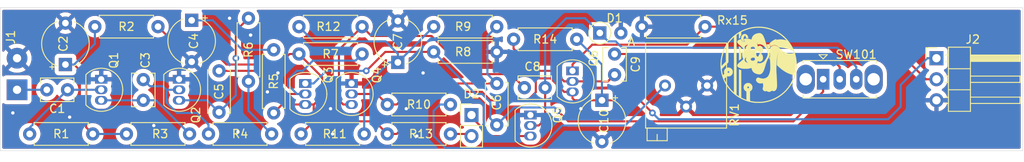
<source format=kicad_pcb>
(kicad_pcb (version 20221018) (generator pcbnew)
  (title_block (title "Superprobe") (date "2024-05-21") (rev "1") (comment 1 "KiCAD PCB design by Atkelar, based on schematic published by Mr Carlson's Lab"))
  (layers (0 "F.Cu" signal) (31 "B.Cu" signal) (34 "B.Paste" user) (35 "F.Paste" user) (36 "B.SilkS" user "B.Silkscreen") (37 "F.SilkS" user "F.Silkscreen") (38 "B.Mask" user) (39 "F.Mask" user) (44 "Edge.Cuts" user))
  (net 0 "")
  (net 1 "Net-(C1-Pad2)")
  (net 2 "Net-(C1-Pad1)")
  (net 3 "GND")
  (net 4 "Net-(C2-Pad1)")
  (net 5 "Net-(C3-Pad2)")
  (net 6 "Net-(C3-Pad1)")
  (net 7 "Net-(C4-Pad1)")
  (net 8 "Net-(C5-Pad2)")
  (net 9 "Net-(C5-Pad1)")
  (net 10 "Sig-Norm")
  (net 11 "Net-(C6-Pad1)")
  (net 12 "Net-(C7-Pad1)")
  (net 13 "Net-(C8-Pad2)")
  (net 14 "Net-(C8-Pad1)")
  (net 15 "Net-(C9-Pad2)")
  (net 16 "Net-(C9-Pad1)")
  (net 17 "+5V")
  (net 18 "Net-(D2-Pad2)")
  (net 19 "Net-(D2-Pad1)")
  (net 20 "Net-(J2-Pad2)")
  (net 21 "Net-(R10-Pad2)")
  (footprint "Capacitor_THT:C_Disc_D3.8mm_W2.6mm_P2.50mm" (layer "F.Cu") (at 79.248 126.238 180)
    (fp_text reference "C1" (at 1.25 -2.286) (layer "F.SilkS"))
    (fp_text value "10n")
    (pad "1" thru_hole circle (at 0 0 180) (size 1.6 1.6) (drill 0.8) (layers "*.Cu" "*.Mask") (net 2 "Net-(C1-Pad1)"))
    (pad "2" thru_hole circle (at 2.5 0 180) (size 1.6 1.6) (drill 0.8) (layers "*.Cu" "*.Mask") (net 1 "Net-(C1-Pad2)"))
  )
  (footprint "Capacitor_THT:CP_Radial_Tantal_D5.5mm_P5.00mm" (layer "F.Cu") (at 78.994 123.19 90)
    (fp_text reference "C2" (at 2.5 -0.254 90) (layer "F.SilkS"))
    (fp_text value "22µ")
    (pad "1" thru_hole rect (at 0 0 90) (size 1.6 1.6) (drill 0.8) (layers "*.Cu" "*.Mask") (net 4 "Net-(C2-Pad1)"))
    (pad "2" thru_hole circle (at 5 0 90) (size 1.6 1.6) (drill 0.8) (layers "*.Cu" "*.Mask") (net 3 "GND"))
  )
  (footprint "Capacitor_THT:C_Disc_D3.8mm_W2.6mm_P2.50mm" (layer "F.Cu") (at 88.392 125.008 -90)
    (fp_text reference "C3" (at -2.326 -0.254 90) (layer "F.SilkS"))
    (fp_text value "10n")
    (pad "1" thru_hole circle (at 0 0 270) (size 1.6 1.6) (drill 0.8) (layers "*.Cu" "*.Mask") (net 6 "Net-(C3-Pad1)"))
    (pad "2" thru_hole circle (at 2.5 0 270) (size 1.6 1.6) (drill 0.8) (layers "*.Cu" "*.Mask") (net 5 "Net-(C3-Pad2)"))
  )
  (footprint "Capacitor_THT:CP_Radial_Tantal_D5.5mm_P5.00mm" (layer "F.Cu") (at 94.234 117.856 -90)
    (fp_text reference "C4" (at 2.5 -0.254 90) (layer "F.SilkS"))
    (fp_text value "22µ")
    (pad "1" thru_hole rect (at 0 0 270) (size 1.6 1.6) (drill 0.8) (layers "*.Cu" "*.Mask") (net 7 "Net-(C4-Pad1)"))
    (pad "2" thru_hole circle (at 5 0 270) (size 1.6 1.6) (drill 0.8) (layers "*.Cu" "*.Mask") (net 3 "GND"))
  )
  (footprint "Capacitor_THT:C_Disc_D5.0mm_W2.5mm_P5.00mm" (layer "F.Cu") (at 97.536 123.952 -90)
    (fp_text reference "C5" (at 2.5 0 90) (layer "F.SilkS"))
    (fp_text value "100n")
    (pad "1" thru_hole circle (at 0 0 270) (size 1.6 1.6) (drill 0.8) (layers "*.Cu" "*.Mask") (net 9 "Net-(C5-Pad1)"))
    (pad "2" thru_hole circle (at 5 0 270) (size 1.6 1.6) (drill 0.8) (layers "*.Cu" "*.Mask") (net 8 "Net-(C5-Pad2)"))
  )
  (footprint "Capacitor_THT:C_Disc_D5.0mm_W2.5mm_P5.00mm" (layer "F.Cu") (at 131.064 125.476 -90)
    (fp_text reference "C6" (at 2.286 0 90) (layer "F.SilkS"))
    (fp_text value "100n")
    (pad "1" thru_hole circle (at 0 0 270) (size 1.6 1.6) (drill 0.8) (layers "*.Cu" "*.Mask") (net 11 "Net-(C6-Pad1)"))
    (pad "2" thru_hole circle (at 5 0 270) (size 1.6 1.6) (drill 0.8) (layers "*.Cu" "*.Mask") (net 10 "Sig-Norm"))
  )
  (footprint "Capacitor_THT:CP_Radial_Tantal_D5.5mm_P5.00mm" (layer "F.Cu") (at 119.126 122.936 90)
    (fp_text reference "C7" (at 2.54 0 90) (layer "F.SilkS"))
    (fp_text value "22µ")
    (pad "1" thru_hole rect (at 0 0 90) (size 1.6 1.6) (drill 0.8) (layers "*.Cu" "*.Mask") (net 12 "Net-(C7-Pad1)"))
    (pad "2" thru_hole circle (at 5 0 90) (size 1.6 1.6) (drill 0.8) (layers "*.Cu" "*.Mask") (net 3 "GND"))
  )
  (footprint "Capacitor_THT:C_Disc_D3.8mm_W2.6mm_P2.50mm" (layer "F.Cu") (at 145.288 124.42 90)
    (fp_text reference "C9" (at 1.25 2.54 90) (layer "F.SilkS"))
    (fp_text value "10n")
    (pad "1" thru_hole circle (at 0 0 90) (size 1.6 1.6) (drill 0.8) (layers "*.Cu" "*.Mask") (net 16 "Net-(C9-Pad1)"))
    (pad "2" thru_hole circle (at 2.5 0 90) (size 1.6 1.6) (drill 0.8) (layers "*.Cu" "*.Mask") (net 15 "Net-(C9-Pad2)"))
  )
  (footprint "Capacitor_THT:CP_Radial_Tantal_D5.5mm_P5.00mm" (layer "F.Cu") (at 143.764 127.508 -90)
    (fp_text reference "C10" (at 2.5 -0.254 90) (layer "F.SilkS"))
    (fp_text value "4.7µ")
    (pad "1" thru_hole rect (at 0 0 270) (size 1.6 1.6) (drill 0.8) (layers "*.Cu" "*.Mask") (net 17 "+5V"))
    (pad "2" thru_hole circle (at 5 0 270) (size 1.6 1.6) (drill 0.8) (layers "*.Cu" "*.Mask") (net 3 "GND"))
  )
  (footprint "Connector_PinHeader_2.54mm:PinHeader_1x02_P2.54mm_Vertical" (layer "F.Cu") (at 128.016 129.286)
    (fp_text reference "D2" (at 0 -2.54) (layer "F.SilkS"))
    (fp_text value "Green")
    (pad "1" thru_hole rect (at 0 0) (size 1.7 1.7) (drill 1) (layers "*.Cu" "*.Mask") (net 19 "Net-(D2-Pad1)"))
    (pad "2" thru_hole oval (at 0 2.54) (size 1.7 1.7) (drill 1) (layers "*.Cu" "*.Mask") (net 18 "Net-(D2-Pad2)"))
  )
  (footprint "Connector_Wire:SolderWirePad_1x02_P3.81mm_Drill1mm" (layer "F.Cu") (at 73.152 126.238 90)
    (fp_text reference "J1" (at 6.35 -0.762 90) (layer "F.SilkS"))
    (fp_text value "Probe")
    (pad "1" thru_hole rect (at 0 0 90) (size 2.49936 2.49936) (drill 1.00076) (layers "*.Cu" "*.Mask") (net 1 "Net-(C1-Pad2)"))
    (pad "2" thru_hole circle (at 3.81 0 90) (size 2.49936 2.49936) (drill 1.00076) (layers "*.Cu" "*.Mask") (net 3 "GND"))
  )
  (footprint "Connector_PinHeader_2.54mm:PinHeader_1x03_P2.54mm_Horizontal" (layer "F.Cu") (at 184.15 122.428)
    (fp_text reference "J2" (at 4.385 -2.27) (layer "F.SilkS"))
    (fp_text value "Pwr/Sig")
    (pad "1" thru_hole rect (at 0 0) (size 1.7 1.7) (drill 1) (layers "*.Cu" "*.Mask") (net 17 "+5V"))
    (pad "2" thru_hole oval (at 0 2.54) (size 1.7 1.7) (drill 1) (layers "*.Cu" "*.Mask") (net 20 "Net-(J2-Pad2)"))
    (pad "3" thru_hole oval (at 0 5.08) (size 1.7 1.7) (drill 1) (layers "*.Cu" "*.Mask") (net 3 "GND"))
  )
  (footprint "Package_TO_SOT_THT:TO-92_Inline" (layer "F.Cu") (at 83.312 124.968 -90)
    (fp_text reference "Q1" (at -2.286 -1.524 90) (layer "F.SilkS"))
    (fp_text value "2N3904")
    (pad "1" thru_hole rect (at 0 0 270) (size 1.05 1.5) (drill 0.75) (layers "*.Cu" "*.Mask") (net 3 "GND"))
    (pad "2" thru_hole oval (at 1.27 0 270) (size 1.05 1.5) (drill 0.75) (layers "*.Cu" "*.Mask") (net 2 "Net-(C1-Pad1)"))
    (pad "3" thru_hole oval (at 2.54 0 270) (size 1.05 1.5) (drill 0.75) (layers "*.Cu" "*.Mask") (net 5 "Net-(C3-Pad2)"))
  )
  (footprint "Package_TO_SOT_THT:TO-92_Inline" (layer "F.Cu") (at 92.71 124.968 -90)
    (fp_text reference "Q2" (at 4.318 -2.032 90) (layer "F.SilkS"))
    (fp_text value "2N3904")
    (pad "1" thru_hole rect (at 0 0 270) (size 1.05 1.5) (drill 0.75) (layers "*.Cu" "*.Mask") (net 3 "GND"))
    (pad "2" thru_hole oval (at 1.27 0 270) (size 1.05 1.5) (drill 0.75) (layers "*.Cu" "*.Mask") (net 6 "Net-(C3-Pad1)"))
    (pad "3" thru_hole oval (at 2.54 0 270) (size 1.05 1.5) (drill 0.75) (layers "*.Cu" "*.Mask") (net 8 "Net-(C5-Pad2)"))
  )
  (footprint "Package_TO_SOT_THT:TO-92_Inline" (layer "F.Cu") (at 113.538 125.476 -90)
    (fp_text reference "Q4" (at -1.016 -3.048 90) (layer "F.SilkS"))
    (fp_text value "2N3904")
    (pad "1" thru_hole rect (at 0 0 270) (size 1.05 1.5) (drill 0.75) (layers "*.Cu" "*.Mask") (net 3 "GND"))
    (pad "2" thru_hole oval (at 1.27 0 270) (size 1.05 1.5) (drill 0.75) (layers "*.Cu" "*.Mask") (net 11 "Net-(C6-Pad1)"))
    (pad "3" thru_hole oval (at 2.54 0 270) (size 1.05 1.5) (drill 0.75) (layers "*.Cu" "*.Mask") (net 13 "Net-(C8-Pad2)"))
  )
  (footprint "Package_TO_SOT_THT:TO-92_Inline" (layer "F.Cu") (at 140.208 123.952 -90)
    (fp_text reference "Q6" (at -1.524 -2.54 90) (layer "F.SilkS"))
    (fp_text value "2N3904")
    (pad "1" thru_hole rect (at 0 0 270) (size 1.05 1.5) (drill 0.75) (layers "*.Cu" "*.Mask") (net 20 "Net-(J2-Pad2)"))
    (pad "2" thru_hole oval (at 1.27 0 270) (size 1.05 1.5) (drill 0.75) (layers "*.Cu" "*.Mask") (net 16 "Net-(C9-Pad1)"))
    (pad "3" thru_hole oval (at 2.54 0 270) (size 1.05 1.5) (drill 0.75) (layers "*.Cu" "*.Mask") (net 17 "+5V"))
  )
  (footprint "Resistor_THT:R_Axial_DIN0207_L6.3mm_D2.5mm_P7.62mm_Horizontal" (layer "F.Cu") (at 82.296 131.572 180)
    (fp_text reference "R1" (at 3.81 0) (layer "F.SilkS"))
    (fp_text value "3M3")
    (pad "1" thru_hole circle (at 0 0 180) (size 1.6 1.6) (drill 0.8) (layers "*.Cu" "*.Mask") (net 4 "Net-(C2-Pad1)"))
    (pad "2" thru_hole oval (at 7.62 0 180) (size 1.6 1.6) (drill 0.8) (layers "*.Cu" "*.Mask") (net 2 "Net-(C1-Pad1)"))
  )
  (footprint "Resistor_THT:R_Axial_DIN0207_L6.3mm_D2.5mm_P7.62mm_Horizontal" (layer "F.Cu") (at 90.17 118.618 180)
    (fp_text reference "R2" (at 3.81 0) (layer "F.SilkS"))
    (fp_text value "1k")
    (pad "1" thru_hole circle (at 0 0 180) (size 1.6 1.6) (drill 0.8) (layers "*.Cu" "*.Mask") (net 17 "+5V"))
    (pad "2" thru_hole oval (at 7.62 0 180) (size 1.6 1.6) (drill 0.8) (layers "*.Cu" "*.Mask") (net 4 "Net-(C2-Pad1)"))
  )
  (footprint "Resistor_THT:R_Axial_DIN0207_L6.3mm_D2.5mm_P7.62mm_Horizontal" (layer "F.Cu") (at 86.36 131.572)
    (fp_text reference "R3" (at 4.064 0) (layer "F.SilkS"))
    (fp_text value "15k")
    (pad "1" thru_hole circle (at 0 0) (size 1.6 1.6) (drill 0.8) (layers "*.Cu" "*.Mask") (net 4 "Net-(C2-Pad1)"))
    (pad "2" thru_hole oval (at 7.62 0) (size 1.6 1.6) (drill 0.8) (layers "*.Cu" "*.Mask") (net 5 "Net-(C3-Pad2)"))
  )
  (footprint "Resistor_THT:R_Axial_DIN0207_L6.3mm_D2.5mm_P7.62mm_Horizontal" (layer "F.Cu") (at 103.886 131.572 180)
    (fp_text reference "R4" (at 3.81 0) (layer "F.SilkS"))
    (fp_text value "3M3")
    (pad "1" thru_hole circle (at 0 0 180) (size 1.6 1.6) (drill 0.8) (layers "*.Cu" "*.Mask") (net 7 "Net-(C4-Pad1)"))
    (pad "2" thru_hole oval (at 7.62 0 180) (size 1.6 1.6) (drill 0.8) (layers "*.Cu" "*.Mask") (net 6 "Net-(C3-Pad1)"))
  )
  (footprint "Resistor_THT:R_Axial_DIN0207_L6.3mm_D2.5mm_P7.62mm_Horizontal" (layer "F.Cu") (at 104.14 129.032 90)
    (fp_text reference "R5" (at 3.81 0 90) (layer "F.SilkS"))
    (fp_text value "1k")
    (pad "1" thru_hole circle (at 0 0 90) (size 1.6 1.6) (drill 0.8) (layers "*.Cu" "*.Mask") (net 17 "+5V"))
    (pad "2" thru_hole oval (at 7.62 0 90) (size 1.6 1.6) (drill 0.8) (layers "*.Cu" "*.Mask") (net 7 "Net-(C4-Pad1)"))
  )
  (footprint "Resistor_THT:R_Axial_DIN0207_L6.3mm_D2.5mm_P7.62mm_Horizontal" (layer "F.Cu") (at 101.092 125.222 90)
    (fp_text reference "R6" (at 3.81 0 90) (layer "F.SilkS"))
    (fp_text value "15k")
    (pad "1" thru_hole circle (at 0 0 90) (size 1.6 1.6) (drill 0.8) (layers "*.Cu" "*.Mask") (net 7 "Net-(C4-Pad1)"))
    (pad "2" thru_hole oval (at 7.62 0 90) (size 1.6 1.6) (drill 0.8) (layers "*.Cu" "*.Mask") (net 8 "Net-(C5-Pad2)"))
  )
  (footprint "Resistor_THT:R_Axial_DIN0207_L6.3mm_D2.5mm_P7.62mm_Horizontal" (layer "F.Cu") (at 107.188 121.92)
    (fp_text reference "R7" (at 3.81 0) (layer "F.SilkS"))
    (fp_text value "3M3")
    (pad "1" thru_hole circle (at 0 0) (size 1.6 1.6) (drill 0.8) (layers "*.Cu" "*.Mask") (net 17 "+5V"))
    (pad "2" thru_hole oval (at 7.62 0) (size 1.6 1.6) (drill 0.8) (layers "*.Cu" "*.Mask") (net 9 "Net-(C5-Pad1)"))
  )
  (footprint "Resistor_THT:R_Axial_DIN0207_L6.3mm_D2.5mm_P7.62mm_Horizontal" (layer "F.Cu") (at 123.444 121.666)
    (fp_text reference "R8" (at 3.556 0) (layer "F.SilkS"))
    (fp_text value "2k7")
    (pad "1" thru_hole circle (at 0 0) (size 1.6 1.6) (drill 0.8) (layers "*.Cu" "*.Mask") (net 10 "Sig-Norm"))
    (pad "2" thru_hole oval (at 7.62 0) (size 1.6 1.6) (drill 0.8) (layers "*.Cu" "*.Mask") (net 3 "GND"))
  )
  (footprint "Resistor_THT:R_Axial_DIN0207_L6.3mm_D2.5mm_P7.62mm_Horizontal" (layer "F.Cu") (at 123.444 118.618)
    (fp_text reference "R9" (at 3.556 0) (layer "F.SilkS"))
    (fp_text value "3M3")
    (pad "1" thru_hole circle (at 0 0) (size 1.6 1.6) (drill 0.8) (layers "*.Cu" "*.Mask") (net 12 "Net-(C7-Pad1)"))
    (pad "2" thru_hole oval (at 7.62 0) (size 1.6 1.6) (drill 0.8) (layers "*.Cu" "*.Mask") (net 11 "Net-(C6-Pad1)"))
  )
  (footprint "Resistor_THT:R_Axial_DIN0207_L6.3mm_D2.5mm_P7.62mm_Horizontal" (layer "F.Cu") (at 117.856 128.016)
    (fp_text reference "R10" (at 3.81 0) (layer "F.SilkS"))
    (fp_text value "330k")
    (pad "1" thru_hole circle (at 0 0) (size 1.6 1.6) (drill 0.8) (layers "*.Cu" "*.Mask") (net 11 "Net-(C6-Pad1)"))
    (pad "2" thru_hole oval (at 7.62 0) (size 1.6 1.6) (drill 0.8) (layers "*.Cu" "*.Mask") (net 21 "Net-(R10-Pad2)"))
  )
  (footprint "Resistor_THT:R_Axial_DIN0207_L6.3mm_D2.5mm_P7.62mm_Horizontal" (layer "F.Cu") (at 107.442 131.572)
    (fp_text reference "R11" (at 4.064 0) (layer "F.SilkS"))
    (fp_text value "1k")
    (pad "1" thru_hole circle (at 0 0) (size 1.6 1.6) (drill 0.8) (layers "*.Cu" "*.Mask") (net 17 "+5V"))
    (pad "2" thru_hole oval (at 7.62 0) (size 1.6 1.6) (drill 0.8) (layers "*.Cu" "*.Mask") (net 12 "Net-(C7-Pad1)"))
  )
  (footprint "Resistor_THT:R_Axial_DIN0207_L6.3mm_D2.5mm_P7.62mm_Horizontal" (layer "F.Cu") (at 107.188 118.618)
    (fp_text reference "R12" (at 3.556 0) (layer "F.SilkS"))
    (fp_text value "15k")
    (pad "1" thru_hole circle (at 0 0) (size 1.6 1.6) (drill 0.8) (layers "*.Cu" "*.Mask") (net 12 "Net-(C7-Pad1)"))
    (pad "2" thru_hole oval (at 7.62 0) (size 1.6 1.6) (drill 0.8) (layers "*.Cu" "*.Mask") (net 13 "Net-(C8-Pad2)"))
  )
  (footprint "Resistor_THT:R_Axial_DIN0207_L6.3mm_D2.5mm_P7.62mm_Horizontal" (layer "F.Cu") (at 117.856 131.572)
    (fp_text reference "R13" (at 4.064 0) (layer "F.SilkS"))
    (fp_text value "1k")
    (pad "1" thru_hole circle (at 0 0) (size 1.6 1.6) (drill 0.8) (layers "*.Cu" "*.Mask") (net 17 "+5V"))
    (pad "2" thru_hole oval (at 7.62 0) (size 1.6 1.6) (drill 0.8) (layers "*.Cu" "*.Mask") (net 18 "Net-(D2-Pad2)"))
  )
  (footprint "Resistor_THT:R_Axial_DIN0207_L6.3mm_D2.5mm_P7.62mm_Horizontal" (layer "F.Cu") (at 156.21 118.618 180)
    (fp_text reference "Rx15" (at -3.302 0.762) (layer "F.SilkS"))
    (fp_text value "10k")
    (pad "1" thru_hole circle (at 0 0 180) (size 1.6 1.6) (drill 0.8) (layers "*.Cu" "*.Mask") (net 20 "Net-(J2-Pad2)"))
    (pad "2" thru_hole oval (at 7.62 0 180) (size 1.6 1.6) (drill 0.8) (layers "*.Cu" "*.Mask") (net 3 "GND"))
  )
  (footprint "Button_Switch_THT:SW_Slide_1P2T_CK_OS102011MS2Q" (layer "F.Cu") (at 170.466 124.968)
    (fp_text reference "SW101" (at 3.99 -2.99) (layer "F.SilkS"))
    (fp_text value "SW_Push_SPDT")
    (pad "" thru_hole oval (at -2.1 0) (size 2.2 3.5) (drill 1.5) (layers "*.Cu" "*.Mask"))
    (pad "" thru_hole oval (at 6.1 0) (size 2.2 3.5) (drill 1.5) (layers "*.Cu" "*.Mask"))
    (pad "1" thru_hole rect (at 0 0) (size 1.5 2.5) (drill 0.8) (layers "*.Cu" "*.Mask") (net 10 "Sig-Norm"))
    (pad "2" thru_hole oval (at 2 0) (size 1.5 2.5) (drill 0.8) (layers "*.Cu" "*.Mask") (net 15 "Net-(C9-Pad2)"))
    (pad "3" thru_hole oval (at 4 0) (size 1.5 2.5) (drill 0.8) (layers "*.Cu" "*.Mask") (net 14 "Net-(C8-Pad1)"))
  )
  (footprint "Resistor_THT:R_Axial_DIN0207_L6.3mm_D2.5mm_P7.62mm_Horizontal" (layer "F.Cu") (at 140.716 120.142 180)
    (fp_text reference "R14" (at 3.81 0) (layer "F.SilkS"))
    (fp_text value "3M3")
    (pad "1" thru_hole circle (at 0 0 180) (size 1.6 1.6) (drill 0.8) (layers "*.Cu" "*.Mask") (net 17 "+5V"))
    (pad "2" thru_hole oval (at 7.62 0 180) (size 1.6 1.6) (drill 0.8) (layers "*.Cu" "*.Mask") (net 16 "Net-(C9-Pad1)"))
  )
  (footprint "Potentiometer_THT:Potentiometer_Bourns_3299P_Horizontal" (layer "F.Cu") (at 151.384 125.73 90)
    (fp_text reference "RV1" (at -3.556 8.382 90) (layer "F.SilkS"))
    (fp_text value "100k")
    (pad "1" thru_hole circle (at 0 0 90) (size 1.44 1.44) (drill 0.8) (layers "*.Cu" "*.Mask") (net 21 "Net-(R10-Pad2)"))
    (pad "2" thru_hole circle (at -2.54 2.54 90) (size 1.44 1.44) (drill 0.8) (layers "*.Cu" "*.Mask") (net 3 "GND"))
    (pad "3" thru_hole circle (at 0 5.08 90) (size 1.44 1.44) (drill 0.8) (layers "*.Cu" "*.Mask") (net 3 "GND"))
  )
  (footprint "Diode_THT:D_DO-35_SOD27_P2.54mm_Vertical_AnodeUp" (layer "F.Cu") (at 143.51 119.38)
    (fp_text reference "D1" (at 1.778 -1.778) (layer "F.SilkS"))
    (fp_text value "1N5711")
    (fp_text user "A" (at 3.81 1.016) (layer "F.SilkS"))
    (pad "1" thru_hole rect (at 0 0) (size 1.6 1.6) (drill 0.8) (layers "*.Cu" "*.Mask") (net 14 "Net-(C8-Pad1)"))
    (pad "2" thru_hole oval (at 2.54 0) (size 1.6 1.6) (drill 0.8) (layers "*.Cu" "*.Mask") (net 3 "GND"))
  )
  (footprint "Package_TO_SOT_THT:TO-92_Inline" (layer "F.Cu") (at 135.128 129.286 -90)
    (fp_text reference "Q5" (at 0 -3.302 90) (layer "F.SilkS"))
    (fp_text value "2N3904")
    (pad "1" thru_hole rect (at 0 0 270) (size 1.05 1.5) (drill 0.75) (layers "*.Cu" "*.Mask") (net 3 "GND"))
    (pad "2" thru_hole oval (at 1.27 0 270) (size 1.05 1.5) (drill 0.75) (layers "*.Cu" "*.Mask") (net 14 "Net-(C8-Pad1)"))
    (pad "3" thru_hole oval (at 2.54 0 270) (size 1.05 1.5) (drill 0.75) (layers "*.Cu" "*.Mask") (net 19 "Net-(D2-Pad1)"))
  )
  (footprint "Capacitor_THT:C_Disc_D3.8mm_W2.6mm_P2.50mm" (layer "F.Cu") (at 136.906 125.984 180)
    (fp_text reference "C8" (at 1.524 2.54) (layer "F.SilkS"))
    (fp_text value "360p")
    (pad "1" thru_hole circle (at 0 0 180) (size 1.6 1.6) (drill 0.8) (layers "*.Cu" "*.Mask") (net 14 "Net-(C8-Pad1)"))
    (pad "2" thru_hole circle (at 2.5 0 180) (size 1.6 1.6) (drill 0.8) (layers "*.Cu" "*.Mask") (net 13 "Net-(C8-Pad2)"))
  )
  (footprint "Package_TO_SOT_THT:TO-92_Inline" (layer "F.Cu") (at 107.95 125.476 -90)
    (fp_text reference "Q3" (at -1.016 -2.794 90) (layer "F.SilkS"))
    (fp_text value "2N3904")
    (pad "1" thru_hole rect (at 0 0 270) (size 1.05 1.5) (drill 0.75) (layers "*.Cu" "*.Mask") (net 10 "Sig-Norm"))
    (pad "2" thru_hole oval (at 1.27 0 270) (size 1.05 1.5) (drill 0.75) (layers "*.Cu" "*.Mask") (net 9 "Net-(C5-Pad1)"))
    (pad "3" thru_hole oval (at 2.54 0 270) (size 1.05 1.5) (drill 0.75) (layers "*.Cu" "*.Mask") (net 17 "+5V"))
  )
  (footprint "Atkelar_Custom:Atkelar-Logo-2" (layer "F.Cu") (at 162.56 123.19 90)
    (fp_text reference "G***" hide)
    (fp_text value "LOGO" hide)
  )
  (gr_line (start 194.564 133.604) (end 71.12 133.604) (stroke (width 0.05)) (layer "Edge.Cuts"))
  (gr_line (start 71.12 116.332) (end 71.12 133.604) (stroke (width 0.05)) (layer "Edge.Cuts"))
  (gr_line (start 194.564 116.332) (end 194.564 133.604) (stroke (width 0.05)) (layer "Edge.Cuts"))
  (gr_line (start 71.12 116.332) (end 194.564 116.332) (stroke (width 0.05)) (layer "Edge.Cuts"))
  (segment (start 73.152 126.238) (end 74.65168 126.238) (width 0.25) (layer "B.Cu") (net 1))
  (segment (start 74.65168 126.238) (end 76.748 126.238) (width 0.25) (layer "B.Cu") (net 1))
  (segment (start 74.676 130.81) (end 74.676 131.572) (width 0.25) (layer "B.Cu") (net 2))
  (segment (start 79.248 126.238) (end 80.37937 126.238) (width 0.25) (layer "B.Cu") (net 2))
  (segment (start 79.248 126.238) (end 74.676 130.81) (width 0.25) (layer "B.Cu") (net 2))
  (segment (start 80.37937 126.238) (end 83.312 126.238) (width 0.25) (layer "B.Cu") (net 2))
  (via (at 121.412 131.826) (size 0.8) (drill 0.4) (layers "F.Cu" "B.Cu") (net 3))
  (via (at 79.502 129.54) (size 0.8) (drill 0.4) (layers "F.Cu" "B.Cu") (net 3))
  (via (at 72.644 129.032) (size 0.8) (drill 0.4) (layers "F.Cu" "B.Cu") (net 3))
  (via (at 101.346 119.634) (size 0.8) (drill 0.4) (layers "F.Cu" "B.Cu") (net 3))
  (via (at 110.998 128.524) (size 0.8) (drill 0.4) (layers "F.Cu" "B.Cu") (net 3))
  (via (at 99.822 131.318) (size 0.8) (drill 0.4) (layers "F.Cu" "B.Cu") (net 3))
  (via (at 122.174 124.206) (size 0.8) (drill 0.4) (layers "F.Cu" "B.Cu") (net 3))
  (via (at 98.806 117.602) (size 0.8) (drill 0.4) (layers "F.Cu" "B.Cu") (net 3))
  (via (at 104.648 124.206) (size 0.8) (drill 0.4) (layers "F.Cu" "B.Cu") (net 3))
  (via (at 141.224 128.524) (size 0.8) (drill 0.4) (layers "F.Cu" "B.Cu") (net 3))
  (via (at 89.662 130.556) (size 0.8) (drill 0.4) (layers "F.Cu" "B.Cu") (net 3))
  (via (at 101.346 119.634) (size 0.8) (drill 0.4) (layers "F.Cu" "B.Cu") (net 3))
  (via (at 111.252 131.572) (size 0.8) (drill 0.4) (layers "F.Cu" "B.Cu") (net 3))
  (via (at 120.142 128.524) (size 0.8) (drill 0.4) (layers "F.Cu" "B.Cu") (net 3))
  (via (at 103.378 126.492) (size 0.8) (drill 0.4) (layers "F.Cu" "B.Cu") (net 3))
  (segment (start 81.496001 124.642001) (end 80.044 123.19) (width 0.25) (layer "F.Cu") (net 4))
  (segment (start 80.044 123.19) (end 78.994 123.19) (width 0.25) (layer "F.Cu") (net 4))
  (segment (start 82.296 131.572) (end 81.496001 130.772001) (width 0.25) (layer "F.Cu") (net 4))
  (segment (start 81.496001 130.772001) (end 81.496001 124.642001) (width 0.25) (layer "F.Cu") (net 4))
  (segment (start 78.994 123.19) (end 80.044 123.19) (width 0.25) (layer "B.Cu") (net 4))
  (segment (start 80.044 123.19) (end 82.55 120.684) (width 0.25) (layer "B.Cu") (net 4))
  (segment (start 82.55 119.74937) (end 82.55 118.618) (width 0.25) (layer "B.Cu") (net 4))
  (segment (start 85.22863 131.572) (end 82.296 131.572) (width 0.25) (layer "B.Cu") (net 4))
  (segment (start 82.55 120.684) (end 82.55 119.74937) (width 0.25) (layer "B.Cu") (net 4))
  (segment (start 86.36 131.572) (end 85.22863 131.572) (width 0.25) (layer "B.Cu") (net 4))
  (segment (start 83.312 127.508) (end 88.392 127.508) (width 0.25) (layer "B.Cu") (net 5))
  (segment (start 88.392 127.508) (end 89.916 127.508) (width 0.25) (layer "B.Cu") (net 5))
  (segment (start 89.916 127.508) (end 93.98 131.572) (width 0.25) (layer "B.Cu") (net 5))
  (segment (start 96.266 131.572) (end 96.266 130.44063) (width 0.25) (layer "B.Cu") (net 6))
  (segment (start 91.186 126.238) (end 92.71 126.238) (width 0.25) (layer "B.Cu") (net 6))
  (segment (start 96.266 130.44063) (end 94.85737 129.032) (width 0.25) (layer "B.Cu") (net 6))
  (segment (start 90.755999 125.807999) (end 91.186 126.238) (width 0.25) (layer "B.Cu") (net 6))
  (segment (start 91.186 127.762) (end 91.186 126.238) (width 0.25) (layer "B.Cu") (net 6))
  (segment (start 92.456 129.032) (end 91.186 127.762) (width 0.25) (layer "B.Cu") (net 6))
  (segment (start 88.392 125.008) (end 89.191999 125.807999) (width 0.25) (layer "B.Cu") (net 6))
  (segment (start 89.191999 125.807999) (end 90.755999 125.807999) (width 0.25) (layer "B.Cu") (net 6))
  (segment (start 94.85737 129.032) (end 92.456 129.032) (width 0.25) (layer "B.Cu") (net 6))
  (segment (start 96.774 117.856) (end 100.33 121.412) (width 0.25) (layer "B.Cu") (net 7))
  (segment (start 101.092 121.666) (end 101.092 121.412) (width 0.25) (layer "B.Cu") (net 7))
  (segment (start 100.33 121.412) (end 101.092 121.412) (width 0.25) (layer "B.Cu") (net 7))
  (segment (start 103.886 131.572) (end 101.092 128.778) (width 0.25) (layer "B.Cu") (net 7))
  (segment (start 101.092 121.412) (end 104.14 121.412) (width 0.25) (layer "B.Cu") (net 7))
  (segment (start 101.092 125.222) (end 101.092 121.666) (width 0.25) (layer "B.Cu") (net 7))
  (segment (start 94.234 117.856) (end 96.774 117.856) (width 0.25) (layer "B.Cu") (net 7))
  (segment (start 101.092 128.778) (end 101.092 125.222) (width 0.25) (layer "B.Cu") (net 7))
  (segment (start 99.568 119.126) (end 101.092 117.602) (width 0.25) (layer "F.Cu") (net 8))
  (segment (start 99.568 122.428) (end 99.568 119.126) (width 0.25) (layer "F.Cu") (net 8))
  (via (at 99.568 122.428) (size 0.8) (drill 0.4) (layers "F.Cu" "B.Cu") (net 8))
  (segment (start 99.568 126.92) (end 99.568 122.428) (width 0.25) (layer "B.Cu") (net 8))
  (segment (start 97.536 128.952) (end 99.568 126.92) (width 0.25) (layer "B.Cu") (net 8))
  (segment (start 92.71 127.508) (end 96.092 127.508) (width 0.25) (layer "B.Cu") (net 8))
  (segment (start 96.092 127.508) (end 97.536 128.952) (width 0.25) (layer "B.Cu") (net 8))
  (segment (start 97.536 123.952) (end 102.87 123.952) (width 0.25) (layer "F.Cu") (net 9))
  (segment (start 105.664 126.746) (end 107.95 126.746) (width 0.25) (layer "F.Cu") (net 9))
  (segment (start 102.87 123.952) (end 105.664 126.746) (width 0.25) (layer "F.Cu") (net 9))
  (segment (start 105.918 124.968) (end 105.918 125.714) (width 0.25) (layer "B.Cu") (net 9))
  (segment (start 108.869 122.719999) (end 107.636999 123.952) (width 0.25) (layer "B.Cu") (net 9))
  (segment (start 114.008001 122.719999) (end 108.869 122.719999) (width 0.25) (layer "B.Cu") (net 9))
  (segment (start 107.636999 123.952) (end 106.934 123.952) (width 0.25) (layer "B.Cu") (net 9))
  (segment (start 106.934 123.952) (end 105.918 124.968) (width 0.25) (layer "B.Cu") (net 9))
  (segment (start 106.95 126.746) (end 107.95 126.746) (width 0.25) (layer "B.Cu") (net 9))
  (segment (start 114.808 121.92) (end 114.008001 122.719999) (width 0.25) (layer "B.Cu") (net 9))
  (segment (start 105.918 125.714) (end 106.95 126.746) (width 0.25) (layer "B.Cu") (net 9))
  (segment (start 117.602 121.666) (end 123.444 121.666) (width 0.25) (layer "F.Cu") (net 10))
  (segment (start 170.466 124.968) (end 170.466 126.468) (width 0.25) (layer "F.Cu") (net 10))
  (segment (start 139.7 130.048) (end 138.43 128.778) (width 0.25) (layer "F.Cu") (net 10))
  (segment (start 170.466 126.468) (end 166.886 130.048) (width 0.25) (layer "F.Cu") (net 10))
  (segment (start 166.886 130.048) (end 139.7 130.048) (width 0.25) (layer "F.Cu") (net 10))
  (segment (start 115.316 123.952) (end 117.602 121.666) (width 0.25) (layer "F.Cu") (net 10))
  (via (at 138.43 128.778) (size 0.8) (drill 0.4) (layers "F.Cu" "B.Cu") (net 10))
  (via (at 115.316 123.952) (size 0.8) (drill 0.4) (layers "F.Cu" "B.Cu") (net 10))
  (segment (start 107.95 125.476) (end 108.95 125.476) (width 0.25) (layer "B.Cu") (net 10))
  (segment (start 129.286 126.746) (end 128.524 126.746) (width 0.25) (layer "B.Cu") (net 10))
  (segment (start 130.264001 129.248999) (end 130.302 129.211) (width 0.25) (layer "B.Cu") (net 10))
  (segment (start 138.030001 128.378001) (end 133.161999 128.378001) (width 0.25) (layer "B.Cu") (net 10))
  (segment (start 110.474 123.952) (end 115.316 123.952) (width 0.25) (layer "B.Cu") (net 10))
  (segment (start 130.264001 129.676001) (end 130.264001 129.248999) (width 0.25) (layer "B.Cu") (net 10))
  (segment (start 130.302 127.762) (end 129.286 126.746) (width 0.25) (layer "B.Cu") (net 10))
  (segment (start 130.302 129.211) (end 130.302 127.762) (width 0.25) (layer "B.Cu") (net 10))
  (segment (start 131.863999 129.676001) (end 131.064 130.476) (width 0.25) (layer "B.Cu") (net 10))
  (segment (start 138.43 128.778) (end 138.030001 128.378001) (width 0.25) (layer "B.Cu") (net 10))
  (segment (start 128.524 126.746) (end 123.444 121.666) (width 0.25) (layer "B.Cu") (net 10))
  (segment (start 131.064 130.476) (end 130.264001 129.676001) (width 0.25) (layer "B.Cu") (net 10))
  (segment (start 108.95 125.476) (end 110.474 123.952) (width 0.25) (layer "B.Cu") (net 10))
  (segment (start 133.161999 128.378001) (end 131.863999 129.676001) (width 0.25) (layer "B.Cu") (net 10))
  (segment (start 129.93263 125.476) (end 131.064 125.476) (width 0.25) (layer "F.Cu") (net 11))
  (segment (start 113.538 126.746) (end 116.586 126.746) (width 0.25) (layer "F.Cu") (net 11))
  (segment (start 118.98737 128.016) (end 121.52737 125.476) (width 0.25) (layer "F.Cu") (net 11))
  (segment (start 121.52737 125.476) (end 129.93263 125.476) (width 0.25) (layer "F.Cu") (net 11))
  (segment (start 116.586 126.746) (end 117.856 128.016) (width 0.25) (layer "F.Cu") (net 11))
  (segment (start 117.856 128.016) (end 118.98737 128.016) (width 0.25) (layer "F.Cu") (net 11))
  (segment (start 130.264001 124.676001) (end 131.064 125.476) (width 0.25) (layer "B.Cu") (net 11))
  (segment (start 131.064 118.618) (end 129.938999 119.743001) (width 0.25) (layer "B.Cu") (net 11))
  (segment (start 129.938999 124.350999) (end 130.264001 124.676001) (width 0.25) (layer "B.Cu") (net 11))
  (segment (start 129.938999 119.743001) (end 129.938999 124.350999) (width 0.25) (layer "B.Cu") (net 11))
  (segment (start 119.126 122.936) (end 123.444 118.618) (width 0.25) (layer "B.Cu") (net 12))
  (segment (start 115.062 131.572) (end 115.062 125.95) (width 0.25) (layer "B.Cu") (net 12))
  (segment (start 115.062 125.95) (end 118.076 122.936) (width 0.25) (layer "B.Cu") (net 12))
  (segment (start 118.076 122.936) (end 119.126 122.936) (width 0.25) (layer "B.Cu") (net 12))
  (segment (start 119.126 121.886) (end 117.636 120.396) (width 0.25) (layer "B.Cu") (net 12))
  (segment (start 117.636 120.396) (end 108.966 120.396) (width 0.25) (layer "B.Cu") (net 12))
  (segment (start 108.966 120.396) (end 107.188 118.618) (width 0.25) (layer "B.Cu") (net 12))
  (segment (start 119.126 122.936) (end 119.126 121.886) (width 0.25) (layer "B.Cu") (net 12))
  (segment (start 115.933001 119.743001) (end 115.607999 119.417999) (width 0.25) (layer "F.Cu") (net 13))
  (segment (start 112.014 127.492) (end 112.014 121.412) (width 0.25) (layer "F.Cu") (net 13))
  (segment (start 123.186003 119.743001) (end 115.933001 119.743001) (width 0.25) (layer "F.Cu") (net 13))
  (segment (start 125.222 121.92) (end 125.222 121.778998) (width 0.25) (layer "F.Cu") (net 13))
  (segment (start 113.538 128.016) (end 112.538 128.016) (width 0.25) (layer "F.Cu") (net 13))
  (segment (start 132.772999 124.350999) (end 127.652999 124.350999) (width 0.25) (layer "F.Cu") (net 13))
  (segment (start 125.222 121.778998) (end 123.186003 119.743001) (width 0.25) (layer "F.Cu") (net 13))
  (segment (start 115.607999 119.417999) (end 114.808 118.618) (width 0.25) (layer "F.Cu") (net 13))
  (segment (start 112.538 128.016) (end 112.014 127.492) (width 0.25) (layer "F.Cu") (net 13))
  (segment (start 127.652999 124.350999) (end 125.222 121.92) (width 0.25) (layer "F.Cu") (net 13))
  (segment (start 134.406 125.984) (end 132.772999 124.350999) (width 0.25) (layer "F.Cu") (net 13))
  (segment (start 112.014 121.412) (end 114.808 118.618) (width 0.25) (layer "F.Cu") (net 13))
  (segment (start 136.128 130.556) (end 136.906 129.778) (width 0.25) (layer "F.Cu") (net 14))
  (segment (start 135.128 130.556) (end 136.128 130.556) (width 0.25) (layer "F.Cu") (net 14))
  (segment (start 136.906 127.11537) (end 136.906 125.984) (width 0.25) (layer "F.Cu") (net 14))
  (segment (start 136.906 129.778) (end 136.906 127.11537) (width 0.25) (layer "F.Cu") (net 14))
  (segment (start 172.156 121.158) (end 174.466 123.468) (width 0.25) (layer "B.Cu") (net 14))
  (segment (start 145.429002 120.396) (end 146.191002 121.158) (width 0.25) (layer "B.Cu") (net 14))
  (segment (start 174.466 123.468) (end 174.466 124.968) (width 0.25) (layer "B.Cu") (net 14))
  (segment (start 144.526 120.396) (end 145.429002 120.396) (width 0.25) (layer "B.Cu") (net 14))
  (segment (start 141.732 117.602) (end 139.446 117.602) (width 0.25) (layer "B.Cu") (net 14))
  (segment (start 143.51 119.38) (end 141.732 117.602) (width 0.25) (layer "B.Cu") (net 14))
  (segment (start 136.906 120.142) (end 136.906 125.984) (width 0.25) (layer "B.Cu") (net 14))
  (segment (start 143.51 119.38) (end 144.526 120.396) (width 0.25) (layer "B.Cu") (net 14))
  (segment (start 146.191002 121.158) (end 172.156 121.158) (width 0.25) (layer "B.Cu") (net 14))
  (segment (start 139.446 117.602) (end 136.906 120.142) (width 0.25) (layer "B.Cu") (net 14))
  (segment (start 172.466 123.468) (end 172.466 124.968) (width 0.25) (layer "F.Cu") (net 15))
  (segment (start 145.288 121.92) (end 170.918 121.92) (width 0.25) (layer "F.Cu") (net 15))
  (segment (start 170.918 121.92) (end 172.466 123.468) (width 0.25) (layer "F.Cu") (net 15))
  (segment (start 133.096 120.142) (end 133.096 121.27337) (width 0.25) (layer "F.Cu") (net 16))
  (segment (start 133.096 121.27337) (end 135.77463 123.952) (width 0.25) (layer "F.Cu") (net 16))
  (segment (start 140.208 125.222) (end 144.486 125.222) (width 0.25) (layer "F.Cu") (net 16))
  (segment (start 135.77463 123.952) (end 137.938 123.952) (width 0.25) (layer "F.Cu") (net 16))
  (segment (start 144.486 125.222) (end 145.288 124.42) (width 0.25) (layer "F.Cu") (net 16))
  (segment (start 137.938 123.952) (end 139.208 125.222) (width 0.25) (layer "F.Cu") (net 16))
  (segment (start 139.208 125.222) (end 140.208 125.222) (width 0.25) (layer "F.Cu") (net 16))
  (segment (start 108.966 128.032) (end 109.982 127.016) (width 0.25) (layer "F.Cu") (net 17))
  (segment (start 122.682 126.492) (end 129.286 126.492) (width 0.25) (layer "F.Cu") (net 17))
  (segment (start 140.208 127.267) (end 140.208 126.492) (width 0.25) (layer "F.Cu") (net 17))
  (segment (start 106.05663 121.92) (end 104.78663 123.19) (width 0.25) (layer "F.Cu") (net 17))
  (segment (start 117.856 131.572) (end 116.332 130.048) (width 0.25) (layer "F.Cu") (net 17))
  (segment (start 130.302 127.508) (end 134.797 127.508) (width 0.25) (layer "F.Cu") (net 17))
  (segment (start 135.780999 125.077001) (end 135.999001 124.858999) (width 0.25) (layer "F.Cu") (net 17))
  (segment (start 108.966 130.048) (end 107.442 131.572) (width 0.25) (layer "F.Cu") (net 17))
  (segment (start 149.86 129.032) (end 148.336 127.508) (width 0.25) (layer "F.Cu") (net 17))
  (segment (start 121.92 128.63937) (end 121.92 127.254) (width 0.25) (layer "F.Cu") (net 17))
  (segment (start 134.797 127.508) (end 135.780999 126.524001) (width 0.25) (layer "F.Cu") (net 17))
  (segment (start 98.439002 123.19) (end 95.645002 120.396) (width 0.25) (layer "F.Cu") (net 17))
  (segment (start 139.208 126.492) (end 140.208 126.492) (width 0.25) (layer "F.Cu") (net 17))
  (segment (start 137.574999 124.858999) (end 139.208 126.492) (width 0.25) (layer "F.Cu") (net 17))
  (segment (start 129.286 126.492) (end 130.302 127.508) (width 0.25) (layer "F.Cu") (net 17))
  (segment (start 117.856 131.572) (end 118.98737 131.572) (width 0.25) (layer "F.Cu") (net 17))
  (segment (start 107.188 121.92) (end 106.05663 121.92) (width 0.25) (layer "F.Cu") (net 17))
  (segment (start 91.948 120.396) (end 90.17 118.618) (width 0.25) (layer "F.Cu") (net 17))
  (segment (start 95.645002 120.396) (end 91.948 120.396) (width 0.25) (layer "F.Cu") (net 17))
  (segment (start 108.95 128.016) (end 107.95 128.016) (width 0.25) (layer "F.Cu") (net 17))
  (segment (start 109.982 127.016) (end 109.982 124.714) (width 0.25) (layer "F.Cu") (net 17))
  (segment (start 108.966 130.048) (end 108.966 128.032) (width 0.25) (layer "F.Cu") (net 17))
  (segment (start 108.966 128.032) (end 108.95 128.016) (width 0.25) (layer "F.Cu") (net 17))
  (segment (start 135.999001 124.858999) (end 137.574999 124.858999) (width 0.25) (layer "F.Cu") (net 17))
  (segment (start 148.336 127.508) (end 143.764 127.508) (width 0.25) (layer "F.Cu") (net 17))
  (segment (start 105.156 128.016) (end 104.14 129.032) (width 0.25) (layer "F.Cu") (net 17))
  (segment (start 109.982 124.714) (end 107.188 121.92) (width 0.25) (layer "F.Cu") (net 17))
  (segment (start 121.92 127.254) (end 122.682 126.492) (width 0.25) (layer "F.Cu") (net 17))
  (segment (start 135.780999 126.524001) (end 135.780999 125.077001) (width 0.25) (layer "F.Cu") (net 17))
  (segment (start 118.98737 131.572) (end 121.92 128.63937) (width 0.25) (layer "F.Cu") (net 17))
  (segment (start 140.449 127.508) (end 140.208 127.267) (width 0.25) (layer "F.Cu") (net 17))
  (segment (start 116.332 130.048) (end 108.966 130.048) (width 0.25) (layer "F.Cu") (net 17))
  (segment (start 104.78663 123.19) (end 98.439002 123.19) (width 0.25) (layer "F.Cu") (net 17))
  (segment (start 143.764 127.508) (end 140.449 127.508) (width 0.25) (layer "F.Cu") (net 17))
  (segment (start 107.95 128.016) (end 105.156 128.016) (width 0.25) (layer "F.Cu") (net 17))
  (via (at 149.86 129.032) (size 0.8) (drill 0.4) (layers "F.Cu" "B.Cu") (net 17))
  (segment (start 184.15 122.428) (end 183.05 122.428) (width 0.25) (layer "B.Cu") (net 17))
  (segment (start 150.622 129.794) (end 149.86 129.032) (width 0.25) (layer "B.Cu") (net 17))
  (segment (start 183.05 122.428) (end 179.832 125.646) (width 0.25) (layer "B.Cu") (net 17))
  (segment (start 178.308 129.794) (end 150.622 129.794) (width 0.25) (layer "B.Cu") (net 17))
  (segment (start 143.764 123.19) (end 140.716 120.142) (width 0.25) (layer "B.Cu") (net 17))
  (segment (start 143.764 127.508) (end 143.764 123.19) (width 0.25) (layer "B.Cu") (net 17))
  (segment (start 179.832 125.646) (end 179.832 128.27) (width 0.25) (layer "B.Cu") (net 17))
  (segment (start 179.832 128.27) (end 178.308 129.794) (width 0.25) (layer "B.Cu") (net 17))
  (segment (start 127.762 131.572) (end 128.016 131.826) (width 0.25) (layer "F.Cu") (net 18))
  (segment (start 125.476 131.572) (end 127.762 131.572) (width 0.25) (layer "F.Cu") (net 18))
  (segment (start 128.016 129.286) (end 128.016 129.54) (width 0.25) (layer "F.Cu") (net 19))
  (segment (start 128.016 129.54) (end 130.302 131.826) (width 0.25) (layer "F.Cu") (net 19))
  (segment (start 130.302 131.826) (end 135.128 131.826) (width 0.25) (layer "F.Cu") (net 19))
  (segment (start 140.208 123.952) (end 140.208 123.177) (width 0.25) (layer "F.Cu") (net 20))
  (segment (start 156.21 118.618) (end 176.53 118.618) (width 0.25) (layer "F.Cu") (net 20))
  (segment (start 176.53 118.618) (end 182.88 124.968) (width 0.25) (layer "F.Cu") (net 20))
  (segment (start 182.88 124.968) (end 184.15 124.968) (width 0.25) (layer "F.Cu") (net 20))
  (segment (start 140.208 123.177) (end 142.590001 120.794999) (width 0.25) (layer "F.Cu") (net 20))
  (segment (start 142.590001 120.794999) (end 154.033001 120.794999) (width 0.25) (layer "F.Cu") (net 20))
  (segment (start 154.033001 120.794999) (end 156.21 118.618) (width 0.25) (layer "F.Cu") (net 20))
  (segment (start 138.938 130.556) (end 136.24001 133.25399) (width 0.25) (layer "B.Cu") (net 21))
  (segment (start 123.444 131.826) (end 123.444 128.778) (width 0.25) (layer "B.Cu") (net 21))
  (segment (start 124.206 128.016) (end 125.476 128.016) (width 0.25) (layer "B.Cu") (net 21))
  (segment (start 136.24001 133.25399) (end 124.87199 133.25399) (width 0.25) (layer "B.Cu") (net 21))
  (segment (start 123.444 128.778) (end 124.206 128.016) (width 0.25) (layer "B.Cu") (net 21))
  (segment (start 146.558 130.556) (end 138.938 130.556) (width 0.25) (layer "B.Cu") (net 21))
  (segment (start 151.384 125.73) (end 146.558 130.556) (width 0.25) (layer "B.Cu") (net 21))
  (segment (start 124.87199 133.25399) (end 123.444 131.826) (width 0.25) (layer "B.Cu") (net 21))
  (zone (net 3) (net_name "GND") (layer "F.Cu") (connect_pads (clearance 0.508)) (min_thickness 0.254) (fill yes (thermal_gap 0.508) (thermal_bridge_width 0.508))
    (polygon (pts (xy 194.31 133.35) (xy 71.374 133.35) (xy 71.374 116.586) (xy 194.31 116.586)))
  )
  (zone (net 3) (net_name "GND") (layer "B.Cu") (connect_pads (clearance 0.508)) (min_thickness 0.254) (fill yes (thermal_gap 0.508) (thermal_bridge_width 0.508))
    (polygon (pts (xy 194.31 133.35) (xy 71.374 133.35) (xy 71.374 116.586) (xy 194.31 116.586)))
  )
)
</source>
